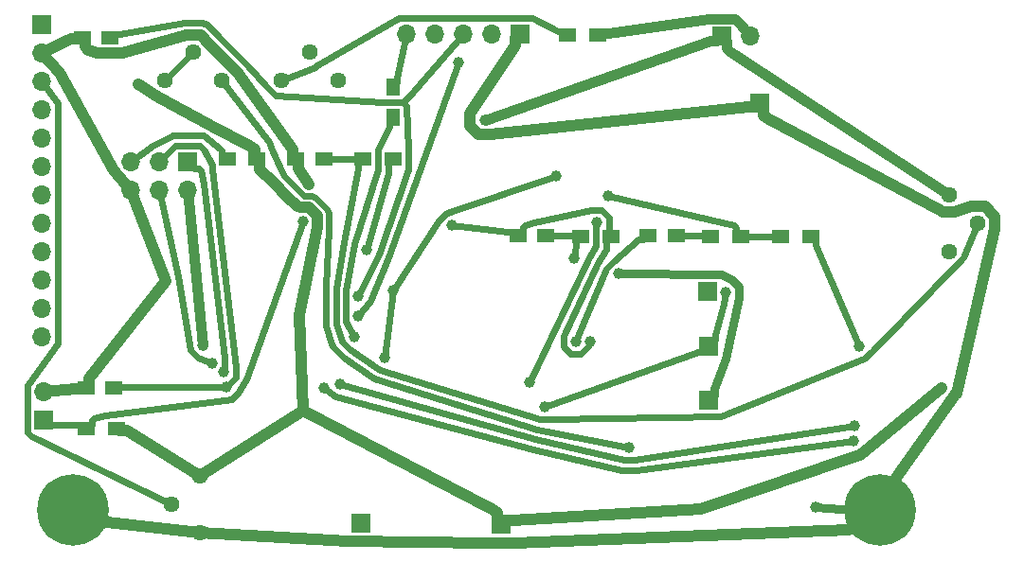
<source format=gbr>
G04 #@! TF.GenerationSoftware,KiCad,Pcbnew,(5.1.4)-1*
G04 #@! TF.CreationDate,2019-11-08T19:54:44+05:00*
G04 #@! TF.ProjectId,powerSupplyArduino,706f7765-7253-4757-9070-6c7941726475,rev?*
G04 #@! TF.SameCoordinates,Original*
G04 #@! TF.FileFunction,Copper,L2,Bot*
G04 #@! TF.FilePolarity,Positive*
%FSLAX46Y46*%
G04 Gerber Fmt 4.6, Leading zero omitted, Abs format (unit mm)*
G04 Created by KiCad (PCBNEW (5.1.4)-1) date 2019-11-08 19:54:44*
%MOMM*%
%LPD*%
G04 APERTURE LIST*
%ADD10C,6.400000*%
%ADD11C,0.800000*%
%ADD12R,1.700000X1.700000*%
%ADD13O,1.700000X1.700000*%
%ADD14C,1.440000*%
%ADD15R,1.500000X1.250000*%
%ADD16R,1.500000X1.300000*%
%ADD17R,1.300000X1.500000*%
%ADD18C,1.000000*%
%ADD19C,0.800000*%
%ADD20C,1.000000*%
%ADD21C,0.900000*%
%ADD22C,0.600000*%
G04 APERTURE END LIST*
D10*
X94700000Y-95370000D03*
D11*
X97100000Y-95370000D03*
X96397056Y-97067056D03*
X94700000Y-97770000D03*
X93002944Y-97067056D03*
X92300000Y-95370000D03*
X93002944Y-93672944D03*
X94700000Y-92970000D03*
X96397056Y-93672944D03*
D10*
X166830000Y-95370000D03*
D11*
X169230000Y-95370000D03*
X168527056Y-97067056D03*
X166830000Y-97770000D03*
X165132944Y-97067056D03*
X164430000Y-95370000D03*
X165132944Y-93672944D03*
X166830000Y-92970000D03*
X168527056Y-93672944D03*
D12*
X152680000Y-52960000D03*
D13*
X155220000Y-52960000D03*
D12*
X120440000Y-96520000D03*
X132910000Y-96650000D03*
X156070000Y-58950000D03*
X151510000Y-85540000D03*
X151400000Y-75780000D03*
X151490000Y-80660000D03*
D14*
X106050000Y-92300000D03*
X103510000Y-94840000D03*
X106050000Y-97380000D03*
X107950000Y-56896000D03*
X105410000Y-54356000D03*
X102870000Y-56896000D03*
X172960000Y-72190000D03*
X175500000Y-69650000D03*
X172960000Y-67110000D03*
X118364000Y-56896000D03*
X115824000Y-54356000D03*
X113284000Y-56896000D03*
D15*
X134440000Y-70814000D03*
X136940000Y-70814000D03*
D16*
X95880000Y-88100000D03*
X98580000Y-88100000D03*
X120590000Y-63964000D03*
X123290000Y-63964000D03*
D17*
X123270000Y-57510000D03*
X123270000Y-60210000D03*
D16*
X111136000Y-63964000D03*
X108436000Y-63964000D03*
X157920000Y-70844000D03*
X160620000Y-70844000D03*
X154370000Y-70844000D03*
X151670000Y-70844000D03*
X142780000Y-70844000D03*
X140080000Y-70844000D03*
X138890000Y-52850000D03*
X141590000Y-52850000D03*
D12*
X134600000Y-52730000D03*
D13*
X132060000Y-52730000D03*
X129520000Y-52730000D03*
X126980000Y-52730000D03*
X124440000Y-52730000D03*
D12*
X104940000Y-64190000D03*
D13*
X104940000Y-66730000D03*
X102400000Y-64190000D03*
X102400000Y-66730000D03*
X99860000Y-64190000D03*
X99860000Y-66730000D03*
D12*
X92080000Y-87290000D03*
D13*
X92080000Y-84750000D03*
D12*
X91870000Y-51910000D03*
D13*
X91870000Y-54450000D03*
X91870000Y-56990000D03*
X91870000Y-59530000D03*
X91870000Y-62070000D03*
X91870000Y-64610000D03*
X91870000Y-67150000D03*
X91870000Y-69690000D03*
X91870000Y-72230000D03*
X91870000Y-74770000D03*
X91870000Y-77310000D03*
X91870000Y-79850000D03*
D15*
X117090000Y-63934000D03*
X114590000Y-63934000D03*
X98350000Y-84410000D03*
X95850000Y-84410000D03*
X97980000Y-53060000D03*
X95480000Y-53060000D03*
X146090000Y-70814000D03*
X148590000Y-70814000D03*
D18*
X143450200Y-74193300D03*
X161080100Y-95108600D03*
X115742200Y-66175200D03*
X103008200Y-74846000D03*
X131457300Y-60452500D03*
X128554500Y-69838600D03*
X140884500Y-80258900D03*
X139443300Y-72806900D03*
X139604900Y-80257600D03*
X120179700Y-76176500D03*
X120169900Y-78002000D03*
X129121700Y-55289600D03*
X172324800Y-84381100D03*
X100542600Y-57202400D03*
X114870100Y-77930000D03*
X150779900Y-95263000D03*
X108422500Y-84311200D03*
X106266500Y-80593300D03*
X123270100Y-75703600D03*
X122529800Y-81674800D03*
X137814400Y-65482100D03*
X136842900Y-86130900D03*
X153023600Y-75896500D03*
X115246600Y-69486800D03*
X108147100Y-83011100D03*
X107121300Y-82198700D03*
X142490900Y-67251500D03*
X144394800Y-89767300D03*
X164913200Y-80721000D03*
X164446400Y-89153200D03*
X117096900Y-84389200D03*
X164539700Y-87820500D03*
X118545800Y-84101800D03*
X119811800Y-79851900D03*
X120900200Y-72030200D03*
X135487700Y-83923300D03*
X141465000Y-69620600D03*
D19*
X151510000Y-85540000D02*
X151960000Y-85090000D01*
X151960000Y-85090000D02*
X151960000Y-84690000D01*
X151960000Y-84690000D02*
X151960000Y-84524300D01*
X151960000Y-84524300D02*
X153040100Y-81800000D01*
X153040100Y-81800000D02*
X154223700Y-76393600D01*
X154223700Y-76393600D02*
X154223700Y-75399400D01*
X154223700Y-75399400D02*
X153520700Y-74696400D01*
X153520700Y-74696400D02*
X152540000Y-74229900D01*
X152540000Y-74229900D02*
X143450200Y-74193300D01*
D20*
X99860000Y-66730000D02*
X103008200Y-74846000D01*
D19*
X168527100Y-93672900D02*
X169056400Y-94202300D01*
X169056400Y-94202300D02*
X169230000Y-94621300D01*
X169230000Y-94621300D02*
X169230000Y-95370000D01*
D20*
X92080000Y-84750000D02*
X94892900Y-84535000D01*
X94892900Y-84535000D02*
X95100000Y-84535000D01*
X95100000Y-84535000D02*
X95600000Y-84535000D01*
X95600000Y-84535000D02*
X95850000Y-84410000D01*
D19*
X96397100Y-97067100D02*
X97751800Y-96428100D01*
X97100000Y-95370000D02*
X94700000Y-95370000D01*
X94700000Y-92970000D02*
X95448700Y-92970000D01*
X95448700Y-92970000D02*
X95867700Y-93143600D01*
X95867700Y-93143600D02*
X96397100Y-93672900D01*
X94700000Y-92970000D02*
X93951300Y-92970000D01*
X93951300Y-92970000D02*
X93532300Y-93143600D01*
X93532300Y-93143600D02*
X93002900Y-93672900D01*
X166830000Y-92970000D02*
X168212400Y-92445400D01*
X92300000Y-95370000D02*
X92300000Y-96118700D01*
X92300000Y-96118700D02*
X92473600Y-96537700D01*
X92473600Y-96537700D02*
X93002900Y-97067100D01*
X97100000Y-95370000D02*
X97751800Y-96428100D01*
X93002900Y-97067100D02*
X93532300Y-97596400D01*
X93532300Y-97596400D02*
X93951300Y-97770000D01*
X93951300Y-97770000D02*
X94700000Y-97770000D01*
D20*
X106050000Y-97380000D02*
X97751800Y-96428100D01*
X95480000Y-53060000D02*
X95230000Y-53185000D01*
X95230000Y-53185000D02*
X94730000Y-53185000D01*
X94730000Y-53185000D02*
X94522900Y-53185000D01*
X94522900Y-53185000D02*
X91870000Y-54450000D01*
D19*
X165132900Y-93672900D02*
X164603600Y-94202300D01*
X164603600Y-94202300D02*
X164430000Y-94621300D01*
X164430000Y-94621300D02*
X164430000Y-95370000D01*
X169230000Y-95370000D02*
X169230000Y-96118700D01*
X169230000Y-96118700D02*
X169056400Y-96537700D01*
X169056400Y-96537700D02*
X168527100Y-97067100D01*
X168527100Y-97067100D02*
X167997700Y-97596400D01*
X167997700Y-97596400D02*
X167578700Y-97770000D01*
X167578700Y-97770000D02*
X166830000Y-97770000D01*
X93002900Y-93672900D02*
X92473600Y-94202300D01*
X92473600Y-94202300D02*
X92300000Y-94621300D01*
X92300000Y-94621300D02*
X92300000Y-95370000D01*
X94700000Y-97770000D02*
X95448700Y-97770000D01*
X95448700Y-97770000D02*
X95867700Y-97596400D01*
X95867700Y-97596400D02*
X96397100Y-97067100D01*
X166830000Y-92970000D02*
X166081300Y-92970000D01*
X166081300Y-92970000D02*
X165662300Y-93143600D01*
X165662300Y-93143600D02*
X165132900Y-93672900D01*
X164430000Y-95370000D02*
X161080100Y-95108600D01*
X168527100Y-93672900D02*
X168212400Y-92445400D01*
D20*
X114590000Y-63934000D02*
X114340000Y-63809000D01*
X114340000Y-63809000D02*
X114340000Y-63309000D01*
X114340000Y-63309000D02*
X114340000Y-63101900D01*
X114340000Y-63101900D02*
X109430500Y-56226800D01*
X109430500Y-56226800D02*
X106890500Y-53686800D01*
X106890500Y-53686800D02*
X106079200Y-52875500D01*
X106079200Y-52875500D02*
X105983600Y-52835900D01*
X105983600Y-52835900D02*
X104836400Y-52835900D01*
X104836400Y-52835900D02*
X99061400Y-54485100D01*
X99061400Y-54485100D02*
X98398600Y-54485100D01*
X98398600Y-54485100D02*
X96898600Y-54485100D01*
X96898600Y-54485100D02*
X96022900Y-54185000D01*
X96022900Y-54185000D02*
X95730000Y-53892100D01*
X95730000Y-53892100D02*
X95730000Y-53685000D01*
X95730000Y-53685000D02*
X95730000Y-53185000D01*
X95730000Y-53185000D02*
X95480000Y-53060000D01*
D19*
X166830000Y-97770000D02*
X166081300Y-97770000D01*
X166081300Y-97770000D02*
X165662300Y-97596400D01*
X165662300Y-97596400D02*
X165132900Y-97067100D01*
D20*
X95850000Y-84410000D02*
X96100000Y-84285000D01*
X96100000Y-84285000D02*
X96100000Y-83785000D01*
X96100000Y-83785000D02*
X96100000Y-83577900D01*
X96100000Y-83577900D02*
X103008200Y-74846000D01*
X156070000Y-58950000D02*
X156420000Y-59300000D01*
X156420000Y-59300000D02*
X156420000Y-59800000D01*
X156420000Y-59800000D02*
X156420000Y-60007100D01*
X156420000Y-60007100D02*
X156712900Y-60300000D01*
X156712900Y-60300000D02*
X172290800Y-68590500D01*
X172290800Y-68590500D02*
X172386400Y-68630100D01*
X172386400Y-68630100D02*
X173533600Y-68630100D01*
X173533600Y-68630100D02*
X174926400Y-68129900D01*
X174926400Y-68129900D02*
X176073600Y-68129900D01*
X176073600Y-68129900D02*
X176169200Y-68169500D01*
X176169200Y-68169500D02*
X176980500Y-68980800D01*
X176980500Y-68980800D02*
X177020100Y-69076400D01*
X177020100Y-69076400D02*
X177020100Y-70223600D01*
X177020100Y-70223600D02*
X173624900Y-84911000D01*
X173624900Y-84911000D02*
X173618800Y-84925700D01*
X173618800Y-84925700D02*
X168212400Y-92445400D01*
X134600000Y-52730000D02*
X134250000Y-53080000D01*
X134250000Y-53080000D02*
X134250000Y-53580000D01*
X134250000Y-53580000D02*
X134250000Y-53787100D01*
X134250000Y-53787100D02*
X130163300Y-59907900D01*
X130163300Y-59907900D02*
X130157200Y-59922600D01*
X130157200Y-59922600D02*
X130157200Y-60982400D01*
X130157200Y-60982400D02*
X130163300Y-60997100D01*
X130163300Y-60997100D02*
X130912700Y-61746500D01*
X130912700Y-61746500D02*
X130927400Y-61752600D01*
X130927400Y-61752600D02*
X131987200Y-61752600D01*
X131987200Y-61752600D02*
X155012900Y-59300000D01*
X155012900Y-59300000D02*
X155220000Y-59300000D01*
X155220000Y-59300000D02*
X155720000Y-59300000D01*
X155720000Y-59300000D02*
X156070000Y-58950000D01*
D19*
X164430000Y-95370000D02*
X166830000Y-95370000D01*
D20*
X164032800Y-97110300D02*
X134091400Y-98300100D01*
X134091400Y-98300100D02*
X133428600Y-98300100D01*
X133428600Y-98300100D02*
X131728600Y-98300100D01*
X131728600Y-98300100D02*
X119258600Y-98170100D01*
X119258600Y-98170100D02*
X106050000Y-97380000D01*
X91870000Y-54450000D02*
X93460700Y-56247100D01*
X93460700Y-56247100D02*
X98269300Y-64932900D01*
X98269300Y-64932900D02*
X99860000Y-66730000D01*
X114590000Y-63934000D02*
X114840000Y-64059000D01*
X114840000Y-64059000D02*
X114840000Y-64559000D01*
X114840000Y-64559000D02*
X114840000Y-64766100D01*
X114840000Y-64766100D02*
X115742200Y-66175200D01*
D19*
X165132900Y-97067100D02*
X164032800Y-97110300D01*
D21*
X141590000Y-52850000D02*
X141890000Y-52650000D01*
X141890000Y-52650000D02*
X142340000Y-52650000D01*
X142340000Y-52650000D02*
X142526400Y-52650000D01*
X142526400Y-52650000D02*
X151519300Y-51359900D01*
X151519300Y-51359900D02*
X152140700Y-51359900D01*
X152140700Y-51359900D02*
X153840700Y-51359900D01*
X153840700Y-51359900D02*
X154280100Y-51799300D01*
X154280100Y-51799300D02*
X155220000Y-52960000D01*
X152680000Y-52960000D02*
X153080000Y-53360000D01*
X153080000Y-53360000D02*
X153080000Y-53810000D01*
X153080000Y-53810000D02*
X153080000Y-53996400D01*
X153080000Y-53996400D02*
X153343600Y-54260000D01*
X153343600Y-54260000D02*
X172960000Y-67110000D01*
X131457300Y-60452500D02*
X151643600Y-53360000D01*
X151643600Y-53360000D02*
X151830000Y-53360000D01*
X151830000Y-53360000D02*
X152280000Y-53360000D01*
X152280000Y-53360000D02*
X152680000Y-52960000D01*
D22*
X134440000Y-70814000D02*
X133990000Y-70489000D01*
X133990000Y-70489000D02*
X133690000Y-70489000D01*
X133690000Y-70489000D02*
X133565700Y-70489000D01*
X133565700Y-70489000D02*
X128554500Y-69838600D01*
X140884500Y-80258900D02*
X140705000Y-80713300D01*
X140705000Y-80713300D02*
X140060600Y-81357700D01*
X140060600Y-81357700D02*
X139149200Y-81357700D01*
X139149200Y-81357700D02*
X138504800Y-80713300D01*
X138504800Y-80713300D02*
X138504800Y-79801900D01*
X138504800Y-79801900D02*
X141562700Y-73252100D01*
X141562700Y-73252100D02*
X142293500Y-72151900D01*
X142293500Y-72151900D02*
X142330000Y-72063600D01*
X142330000Y-72063600D02*
X142330000Y-71494000D01*
X142330000Y-71494000D02*
X142330000Y-71194000D01*
X142330000Y-71194000D02*
X142780000Y-70844000D01*
X142780000Y-70844000D02*
X142565100Y-70494000D01*
X142565100Y-70494000D02*
X142565100Y-70194000D01*
X142565100Y-70194000D02*
X142565100Y-69164900D01*
X142565100Y-69164900D02*
X141920700Y-68520500D01*
X141920700Y-68520500D02*
X141009300Y-68520500D01*
X141009300Y-68520500D02*
X135941400Y-69588900D01*
X135941400Y-69588900D02*
X135065700Y-69889000D01*
X135065700Y-69889000D02*
X134890000Y-70064700D01*
X134890000Y-70064700D02*
X134890000Y-70189000D01*
X134890000Y-70189000D02*
X134890000Y-70489000D01*
X134890000Y-70489000D02*
X134440000Y-70814000D01*
X136940000Y-70814000D02*
X137390000Y-70829000D01*
X137390000Y-70829000D02*
X137690000Y-70829000D01*
X137690000Y-70829000D02*
X139330000Y-70829000D01*
X139330000Y-70829000D02*
X139630000Y-70829000D01*
X139630000Y-70829000D02*
X140080000Y-70844000D01*
X139443300Y-72806900D02*
X139630000Y-71618300D01*
X139630000Y-71618300D02*
X139630000Y-71494000D01*
X139630000Y-71494000D02*
X139630000Y-71194000D01*
X139630000Y-71194000D02*
X140080000Y-70844000D01*
X139604900Y-80257600D02*
X139784400Y-79803200D01*
X139784400Y-79803200D02*
X142350100Y-73737600D01*
X142350100Y-73737600D02*
X142994500Y-73093200D01*
X142994500Y-73093200D02*
X145215700Y-71139000D01*
X145215700Y-71139000D02*
X145340000Y-71139000D01*
X145340000Y-71139000D02*
X145640000Y-71139000D01*
X145640000Y-71139000D02*
X146090000Y-70814000D01*
X151670000Y-70844000D02*
X151220000Y-70829000D01*
X151220000Y-70829000D02*
X150920000Y-70829000D01*
X150920000Y-70829000D02*
X149340000Y-70829000D01*
X149340000Y-70829000D02*
X149040000Y-70829000D01*
X149040000Y-70829000D02*
X148590000Y-70814000D01*
X117090000Y-63934000D02*
X117540000Y-63949000D01*
X117540000Y-63949000D02*
X117840000Y-63949000D01*
X117840000Y-63949000D02*
X119840000Y-63949000D01*
X119840000Y-63949000D02*
X120140000Y-63949000D01*
X120140000Y-63949000D02*
X120590000Y-63964000D01*
X120590000Y-63964000D02*
X120140000Y-64314000D01*
X120140000Y-64314000D02*
X120140000Y-64614000D01*
X120140000Y-64614000D02*
X120140000Y-64738300D01*
X120140000Y-64738300D02*
X118900000Y-71361100D01*
X118900000Y-71361100D02*
X118179500Y-75507400D01*
X118179500Y-75507400D02*
X118169700Y-77332900D01*
X118169700Y-77332900D02*
X118169700Y-78671100D01*
X118169700Y-78671100D02*
X118711700Y-80307600D01*
X118711700Y-80307600D02*
X119356100Y-80952000D01*
X119356100Y-80952000D02*
X122074100Y-82774900D01*
X122074100Y-82774900D02*
X136387200Y-87231000D01*
X136387200Y-87231000D02*
X137298600Y-87231000D01*
X137298600Y-87231000D02*
X152608600Y-86990100D01*
X152608600Y-86990100D02*
X165368900Y-81821100D01*
X165368900Y-81821100D02*
X166013300Y-81176700D01*
X166013300Y-81176700D02*
X174271000Y-72746000D01*
X174271000Y-72746000D02*
X174280100Y-72723900D01*
X174280100Y-72723900D02*
X175500000Y-69650000D01*
X120179700Y-76176500D02*
X122000300Y-72485900D01*
X122000300Y-72485900D02*
X124640100Y-64862600D01*
X124640100Y-64862600D02*
X124640100Y-64365400D01*
X124640100Y-64365400D02*
X124640100Y-63065400D01*
X124640100Y-63065400D02*
X124511500Y-59215000D01*
X124511500Y-59215000D02*
X124165700Y-58869100D01*
X129520000Y-52730000D02*
X124520100Y-58508600D01*
X124520100Y-58508600D02*
X124165700Y-58869100D01*
X124165700Y-58869100D02*
X124165000Y-58868500D01*
X124165000Y-58868500D02*
X123868500Y-58860000D01*
X123868500Y-58860000D02*
X123671400Y-58860100D01*
X123671400Y-58860100D02*
X122371500Y-58860000D01*
X122371500Y-58860000D02*
X112750100Y-58216100D01*
X112750100Y-58216100D02*
X112728000Y-58207000D01*
X112728000Y-58207000D02*
X111973000Y-57452000D01*
X111973000Y-57452000D02*
X110363100Y-55603600D01*
X110363100Y-55603600D02*
X107823100Y-53063600D01*
X107823100Y-53063600D02*
X106702400Y-51942900D01*
X106702400Y-51942900D02*
X106202500Y-51735800D01*
X106202500Y-51735800D02*
X104617500Y-51735800D01*
X104617500Y-51735800D02*
X98854300Y-52735000D01*
X98854300Y-52735000D02*
X98730000Y-52735000D01*
X98730000Y-52735000D02*
X98430000Y-52735000D01*
X98430000Y-52735000D02*
X97980000Y-53060000D01*
X120169900Y-78002000D02*
X121279800Y-76632200D01*
X121279800Y-76632200D02*
X122900400Y-72699300D01*
X122900400Y-72699300D02*
X129121700Y-55289600D01*
D20*
X98580000Y-88100000D02*
X98830000Y-88250000D01*
X98830000Y-88250000D02*
X99330000Y-88250000D01*
X99330000Y-88250000D02*
X99537100Y-88250000D01*
X99537100Y-88250000D02*
X106050000Y-92300000D01*
X132910000Y-96650000D02*
X133260000Y-96300000D01*
X133260000Y-96300000D02*
X133760000Y-96300000D01*
X133760000Y-96300000D02*
X133967100Y-96300000D01*
X133967100Y-96300000D02*
X150779900Y-95263000D01*
X111136000Y-63964000D02*
X111386000Y-64114000D01*
X111386000Y-64114000D02*
X111386000Y-64614000D01*
X111386000Y-64614000D02*
X111386000Y-64821100D01*
X111386000Y-64821100D02*
X112604600Y-66066700D01*
X112604600Y-66066700D02*
X113832300Y-67294400D01*
X113832300Y-67294400D02*
X114759000Y-68125600D01*
X114759000Y-68125600D02*
X115058300Y-68249600D01*
X115058300Y-68249600D02*
X115759100Y-68249600D01*
X115759100Y-68249600D02*
X116483800Y-68974300D01*
X116483800Y-68974300D02*
X116483800Y-69999300D01*
X116483800Y-69999300D02*
X114870100Y-77930000D01*
X114870100Y-77930000D02*
X115235200Y-86459400D01*
X100542600Y-57202400D02*
X102200800Y-58376500D01*
X102200800Y-58376500D02*
X107071100Y-60943700D01*
X107071100Y-60943700D02*
X110593100Y-62814000D01*
X110593100Y-62814000D02*
X110886000Y-63106900D01*
X110886000Y-63106900D02*
X110886000Y-63314000D01*
X110886000Y-63314000D02*
X110886000Y-63814000D01*
X110886000Y-63814000D02*
X111136000Y-63964000D01*
X132910000Y-96650000D02*
X132560000Y-96300000D01*
X132560000Y-96300000D02*
X132560000Y-95800000D01*
X132560000Y-95800000D02*
X132560000Y-95592900D01*
X132560000Y-95592900D02*
X132267100Y-95300000D01*
X132267100Y-95300000D02*
X115235200Y-86459400D01*
X106050000Y-92300000D02*
X115235200Y-86459400D01*
X172324800Y-84381100D02*
X164991000Y-90447200D01*
X164991000Y-90447200D02*
X164976300Y-90453300D01*
X164976300Y-90453300D02*
X150779900Y-95263000D01*
D22*
X102400000Y-64190000D02*
X103489900Y-63091400D01*
X103489900Y-63091400D02*
X103841400Y-62739900D01*
X103841400Y-62739900D02*
X104338600Y-62739900D01*
X104338600Y-62739900D02*
X106038600Y-62739900D01*
X106038600Y-62739900D02*
X106390100Y-63091400D01*
X106390100Y-63091400D02*
X107138200Y-64459200D01*
X107138200Y-64459200D02*
X107154000Y-64497400D01*
X107154000Y-64497400D02*
X107154000Y-64834400D01*
X107154000Y-64834400D02*
X109247200Y-82555400D01*
X109247200Y-82555400D02*
X109247200Y-83466800D01*
X109247200Y-83466800D02*
X108422500Y-84311200D01*
X98350000Y-84410000D02*
X98800000Y-84311200D01*
X98800000Y-84311200D02*
X99100000Y-84311200D01*
X99100000Y-84311200D02*
X108422500Y-84311200D01*
D21*
X104940000Y-66730000D02*
X106266500Y-80593300D01*
D22*
X137814400Y-65482100D02*
X128098800Y-68738500D01*
X128098800Y-68738500D02*
X127454400Y-69382900D01*
X127454400Y-69382900D02*
X123270100Y-75703600D01*
X122529800Y-81674800D02*
X123270100Y-75703600D01*
X153023600Y-75896500D02*
X152850100Y-76878600D01*
X152850100Y-76878600D02*
X152040000Y-79685700D01*
X152040000Y-79685700D02*
X152040000Y-79810000D01*
X152040000Y-79810000D02*
X152040000Y-80110000D01*
X152040000Y-80110000D02*
X151490000Y-80660000D01*
X136842900Y-86130900D02*
X150515700Y-81210000D01*
X150515700Y-81210000D02*
X150640000Y-81210000D01*
X150640000Y-81210000D02*
X150940000Y-81210000D01*
X150940000Y-81210000D02*
X151490000Y-80660000D01*
X91870000Y-56990000D02*
X93291200Y-58900400D01*
X93291200Y-58900400D02*
X93320100Y-58970300D01*
X93320100Y-58970300D02*
X93320100Y-79290300D01*
X93320100Y-79290300D02*
X93320100Y-80409700D01*
X93320100Y-80409700D02*
X93291200Y-80479600D01*
X93291200Y-80479600D02*
X90658800Y-84120400D01*
X90658800Y-84120400D02*
X90629900Y-84190300D01*
X90629900Y-84190300D02*
X90629900Y-87891400D01*
X90629900Y-87891400D02*
X90629900Y-88388600D01*
X90629900Y-88388600D02*
X90981400Y-88740100D01*
X90981400Y-88740100D02*
X103510000Y-94840000D01*
X95880000Y-88100000D02*
X95430000Y-87750000D01*
X95430000Y-87750000D02*
X95130000Y-87750000D01*
X95130000Y-87750000D02*
X92930000Y-87750000D01*
X92930000Y-87750000D02*
X92630000Y-87750000D01*
X92630000Y-87750000D02*
X92080000Y-87290000D01*
X115246600Y-69486800D02*
X110147300Y-83680200D01*
X110147300Y-83680200D02*
X110034600Y-83952300D01*
X110034600Y-83952300D02*
X109522600Y-84766900D01*
X109522600Y-84766900D02*
X108878200Y-85411300D01*
X108878200Y-85411300D02*
X97581400Y-86849900D01*
X97581400Y-86849900D02*
X96505700Y-87150000D01*
X96505700Y-87150000D02*
X96330000Y-87325700D01*
X96330000Y-87325700D02*
X96330000Y-87450000D01*
X96330000Y-87450000D02*
X96330000Y-87750000D01*
X96330000Y-87750000D02*
X95880000Y-88100000D01*
X104940000Y-64190000D02*
X105490000Y-64740000D01*
X105490000Y-64740000D02*
X105790000Y-64740000D01*
X105790000Y-64740000D02*
X105914300Y-64740000D01*
X105914300Y-64740000D02*
X106090000Y-64915700D01*
X106090000Y-64915700D02*
X106390100Y-66170300D01*
X106390100Y-66170300D02*
X108221400Y-81743000D01*
X108221400Y-81743000D02*
X108221400Y-82654400D01*
X108221400Y-82654400D02*
X108147100Y-83011100D01*
X102400000Y-66730000D02*
X104108300Y-74390300D01*
X104108300Y-74390300D02*
X105166400Y-81049000D01*
X105166400Y-81049000D02*
X105810800Y-81693400D01*
X105810800Y-81693400D02*
X107121300Y-82198700D01*
X99860000Y-64190000D02*
X101770400Y-62768800D01*
X101770400Y-62768800D02*
X103432000Y-61876400D01*
X103432000Y-61876400D02*
X103520300Y-61839800D01*
X103520300Y-61839800D02*
X104659700Y-61839800D01*
X104659700Y-61839800D02*
X106359700Y-61839800D01*
X106359700Y-61839800D02*
X106448000Y-61876400D01*
X106448000Y-61876400D02*
X107810300Y-63014000D01*
X107810300Y-63014000D02*
X107986000Y-63189700D01*
X107986000Y-63189700D02*
X107986000Y-63314000D01*
X107986000Y-63314000D02*
X107986000Y-63614000D01*
X107986000Y-63614000D02*
X108436000Y-63964000D01*
X124440000Y-52730000D02*
X123620000Y-56635700D01*
X123620000Y-56635700D02*
X123620000Y-56760000D01*
X123620000Y-56760000D02*
X123620000Y-57060000D01*
X123620000Y-57060000D02*
X123270000Y-57510000D01*
X138890000Y-52850000D02*
X138440000Y-52500000D01*
X138440000Y-52500000D02*
X138140000Y-52500000D01*
X138140000Y-52500000D02*
X138015700Y-52500000D01*
X138015700Y-52500000D02*
X135698600Y-51279900D01*
X135698600Y-51279900D02*
X133998600Y-51279900D01*
X133998600Y-51279900D02*
X133501400Y-51279900D01*
X133501400Y-51279900D02*
X123880300Y-51279900D01*
X123880300Y-51279900D02*
X123810400Y-51308800D01*
X123810400Y-51308800D02*
X116380000Y-55667000D01*
X116380000Y-55667000D02*
X116357900Y-55676100D01*
X116357900Y-55676100D02*
X113284000Y-56896000D01*
X157920000Y-70844000D02*
X157470000Y-70844000D01*
X157470000Y-70844000D02*
X157170000Y-70844000D01*
X157170000Y-70844000D02*
X155120000Y-70844000D01*
X155120000Y-70844000D02*
X154820000Y-70844000D01*
X154820000Y-70844000D02*
X154370000Y-70844000D01*
X154370000Y-70844000D02*
X153920000Y-70494000D01*
X153920000Y-70494000D02*
X153920000Y-70194000D01*
X153920000Y-70194000D02*
X153920000Y-70069700D01*
X153920000Y-70069700D02*
X153744300Y-69894000D01*
X153744300Y-69894000D02*
X152668600Y-69593900D01*
X152668600Y-69593900D02*
X142490900Y-67251500D01*
X144394800Y-89767300D02*
X136173800Y-88131100D01*
X136173800Y-88131100D02*
X121860700Y-83675000D01*
X121860700Y-83675000D02*
X121588600Y-83562300D01*
X121588600Y-83562300D02*
X118870600Y-81739400D01*
X118870600Y-81739400D02*
X117924300Y-80793100D01*
X117924300Y-80793100D02*
X117811600Y-80521000D01*
X117811600Y-80521000D02*
X117269600Y-78850200D01*
X117269600Y-78850200D02*
X117269600Y-77153800D01*
X117269600Y-77153800D02*
X117279400Y-75328300D01*
X117279400Y-75328300D02*
X117521000Y-70210500D01*
X117521000Y-70210500D02*
X117521000Y-68763100D01*
X117521000Y-68763100D02*
X117366600Y-68390300D01*
X117366600Y-68390300D02*
X116343100Y-67366800D01*
X116343100Y-67366800D02*
X115970300Y-67212400D01*
X115970300Y-67212400D02*
X115312600Y-67212400D01*
X115312600Y-67212400D02*
X114455400Y-66361700D01*
X114455400Y-66361700D02*
X113537300Y-65443600D01*
X113537300Y-65443600D02*
X113239900Y-64807600D01*
X113239900Y-64807600D02*
X112486100Y-63065400D01*
X112486100Y-63065400D02*
X112188700Y-62429400D01*
X112188700Y-62429400D02*
X107950000Y-56896000D01*
X160620000Y-70844000D02*
X161070000Y-71194000D01*
X161070000Y-71194000D02*
X161070000Y-71494000D01*
X161070000Y-71494000D02*
X161070000Y-71618300D01*
X161070000Y-71618300D02*
X164913200Y-80721000D01*
X102870000Y-56896000D02*
X105410000Y-54356000D01*
X164446400Y-89153200D02*
X145063900Y-91767500D01*
X145063900Y-91767500D02*
X143725700Y-91767500D01*
X143725700Y-91767500D02*
X135813800Y-89930500D01*
X135813800Y-89930500D02*
X118090100Y-85201900D01*
X118090100Y-85201900D02*
X117096900Y-84389200D01*
X164539700Y-87820500D02*
X144850500Y-90867400D01*
X144850500Y-90867400D02*
X143939100Y-90867400D01*
X143939100Y-90867400D02*
X135994700Y-89031200D01*
X135994700Y-89031200D02*
X118545800Y-84101800D01*
X119811800Y-79851900D02*
X119069800Y-78457700D01*
X119069800Y-78457700D02*
X119069800Y-77546300D01*
X119069800Y-77546300D02*
X119079600Y-75720800D01*
X119079600Y-75720800D02*
X119800100Y-71574500D01*
X119800100Y-71574500D02*
X121940000Y-64862500D01*
X121940000Y-64862500D02*
X121940000Y-63065500D01*
X121940000Y-63065500D02*
X122920000Y-61084300D01*
X122920000Y-61084300D02*
X122920000Y-60960000D01*
X122920000Y-60960000D02*
X122920000Y-60660000D01*
X122920000Y-60660000D02*
X123270000Y-60210000D01*
X123290000Y-63964000D02*
X122840000Y-64314000D01*
X122840000Y-64314000D02*
X122840000Y-64614000D01*
X122840000Y-64614000D02*
X122840000Y-65183600D01*
X122840000Y-65183600D02*
X120900200Y-72030200D01*
X135487700Y-83923300D02*
X140799600Y-72742200D01*
X140799600Y-72742200D02*
X141430000Y-71742500D01*
X141430000Y-71742500D02*
X141430000Y-69945500D01*
X141430000Y-69945500D02*
X141465000Y-69620600D01*
M02*

</source>
